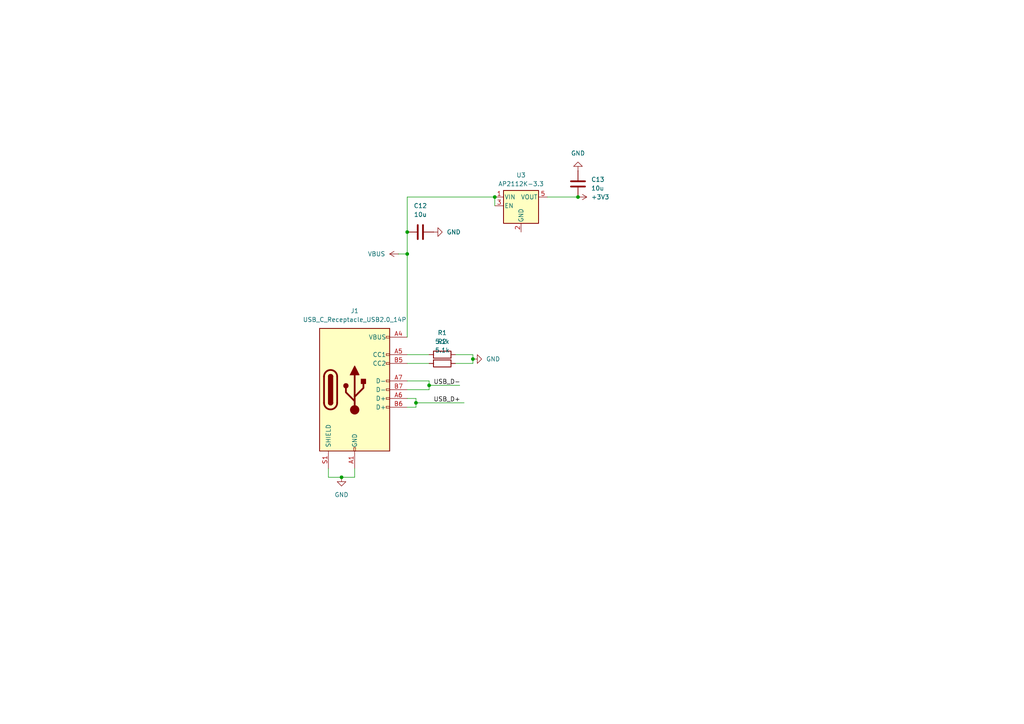
<source format=kicad_sch>
(kicad_sch (version 20250114) (generator "eeschema") (generator_version "9.0")
  (paper "A4")
  (lib_symbols
    (symbol "Connector:USB_C_Receptacle_USB2.0_14P" (pin_names (offset 1.016))
      (property "Reference" "J" (at 0 22.225 0))
      (property "Value" "USB_C_Receptacle_USB2.0_14P" (at 0 19.685 0))
      (symbol "USB_C_Receptacle_USB2.0_14P_0_0"
        (rectangle (start -0.254 -17.78) (end 0.254 -16.764))
        (rectangle (start 10.16 15.494) (end 9.144 14.986))
        (rectangle (start 10.16 10.414) (end 9.144 9.906))
        (rectangle (start 10.16 7.874) (end 9.144 7.366))
        (rectangle (start 10.16 2.794) (end 9.144 2.286))
        (rectangle (start 10.16 0.254) (end 9.144 -0.254))
        (rectangle (start 10.16 -2.286) (end 9.144 -2.794))
        (rectangle (start 10.16 -4.826) (end 9.144 -5.334))
      )
      (symbol "USB_C_Receptacle_USB2.0_14P_0_1"
        (rectangle (start -10.16 17.78) (end 10.16 -17.78) (stroke (width 0.254)) (fill (type background)))
        (polyline (pts (xy -8.89 -3.81) (xy -8.89 3.81)) (stroke (width 0.508)))
        (rectangle (start -7.62 -3.81) (end -6.35 3.81) (stroke (width 0.254)) (fill (type outline)))
        (arc (start -7.62 3.81) (mid -6.985 4.4423) (end -6.35 3.81) (stroke (width 0.254)))
        (arc (start -7.62 3.81) (mid -6.985 4.4423) (end -6.35 3.81) (stroke (width 0.254)) (fill (type outline)))
        (arc (start -8.89 3.81) (mid -6.985 5.7067) (end -5.08 3.81) (stroke (width 0.508)))
        (arc (start -5.08 -3.81) (mid -6.985 -5.7067) (end -8.89 -3.81) (stroke (width 0.508)))
        (arc (start -6.35 -3.81) (mid -6.985 -4.4423) (end -7.62 -3.81) (stroke (width 0.254)))
        (arc (start -6.35 -3.81) (mid -6.985 -4.4423) (end -7.62 -3.81) (stroke (width 0.254)) (fill (type outline)))
        (polyline (pts (xy -5.08 3.81) (xy -5.08 -3.81)) (stroke (width 0.508)))
        (circle (center -2.54 1.143) (radius 0.635) (stroke (width 0.254)) (fill (type outline)))
        (polyline (pts (xy -1.27 4.318) (xy 0 6.858) (xy 1.27 4.318) (xy -1.27 4.318)) (stroke (width 0.254)) (fill (type outline)))
        (polyline (pts (xy 0 -2.032) (xy 2.54 0.508) (xy 2.54 1.778)) (stroke (width 0.508)))
        (polyline (pts (xy 0 -3.302) (xy -2.54 -0.762) (xy -2.54 0.508)) (stroke (width 0.508)))
        (polyline (pts (xy 0 -5.842) (xy 0 4.318)) (stroke (width 0.508)))
        (circle (center 0 -5.842) (radius 1.27) (fill (type outline)))
        (rectangle (start 1.905 1.778) (end 3.175 3.048) (stroke (width 0.254)) (fill (type outline)))
      )
      (symbol "USB_C_Receptacle_USB2.0_14P_1_1"
        (pin passive line (at -7.62 -22.86 90) (length 5.08) (name "SHIELD") (number "S1"))
        (pin passive line (at 0 -22.86 90) (length 5.08) (name "GND") (number "A1"))
        (pin passive line (at 0 -22.86 90) (length 5.08) (hide yes) (name "GND") (number "A12"))
        (pin passive line (at 0 -22.86 90) (length 5.08) (hide yes) (name "GND") (number "B1"))
        (pin passive line (at 0 -22.86 90) (length 5.08) (hide yes) (name "GND") (number "B12"))
        (pin passive line (at 15.24 15.24 180) (length 5.08) (name "VBUS") (number "A4"))
        (pin passive line (at 15.24 15.24 180) (length 5.08) (hide yes) (name "VBUS") (number "A9"))
        (pin passive line (at 15.24 15.24 180) (length 5.08) (hide yes) (name "VBUS") (number "B4"))
        (pin passive line (at 15.24 15.24 180) (length 5.08) (hide yes) (name "VBUS") (number "B9"))
        (pin bidirectional line (at 15.24 10.16 180) (length 5.08) (name "CC1") (number "A5"))
        (pin bidirectional line (at 15.24 7.62 180) (length 5.08) (name "CC2") (number "B5"))
        (pin bidirectional line (at 15.24 2.54 180) (length 5.08) (name "D-") (number "A7"))
        (pin bidirectional line (at 15.24 0 180) (length 5.08) (name "D-") (number "B7"))
        (pin bidirectional line (at 15.24 -2.54 180) (length 5.08) (name "D+") (number "A6"))
        (pin bidirectional line (at 15.24 -5.08 180) (length 5.08) (name "D+") (number "B6"))
      )
    )
    (symbol "Device:C" (pin_numbers (hide yes)) (pin_names (offset 0.254))
      (property "Reference" "C" (at 0.635 2.54 0))
      (property "Value" "C" (at 0.635 -2.54 0))
      (symbol "C_0_1"
        (polyline (pts (xy -2.032 0.762) (xy 2.032 0.762)) (stroke (width 0.508)))
        (polyline (pts (xy -2.032 -0.762) (xy 2.032 -0.762)) (stroke (width 0.508)))
      )
      (symbol "C_1_1"
        (pin passive line (at 0 3.81 270) (length 2.794) (name "~") (number "1"))
        (pin passive line (at 0 -3.81 90) (length 2.794) (name "~") (number "2"))
      )
    )
    (symbol "Device:R" (pin_numbers (hide yes)) (pin_names (offset 0))
      (property "Reference" "R" (at 2.032 0 90))
      (property "Value" "R" (at 0 0 90))
      (symbol "R_0_1"
        (rectangle (start -1.016 -2.54) (end 1.016 2.54) (stroke (width 0.254)))
      )
      (symbol "R_1_1"
        (pin passive line (at 0 3.81 270) (length 1.27) (name "~") (number "1"))
        (pin passive line (at 0 -3.81 90) (length 1.27) (name "~") (number "2"))
      )
    )
    (symbol "Regulator_Linear:AP2112K-3.3" (pin_names (offset 0.254))
      (property "Reference" "U" (at -5.08 5.715 0))
      (property "Value" "AP2112K-3.3" (at 0 5.715 0))
      (symbol "AP2112K-3.3_0_1"
        (rectangle (start -5.08 4.445) (end 5.08 -5.08) (stroke (width 0.254)) (fill (type background)))
      )
      (symbol "AP2112K-3.3_1_1"
        (pin power_in line (at -7.62 2.54 0) (length 2.54) (name "VIN") (number "1"))
        (pin input line (at -7.62 0 0) (length 2.54) (name "EN") (number "3"))
        (pin power_in line (at 0 -7.62 90) (length 2.54) (name "GND") (number "2"))
        (pin no_connect line (at 5.08 0 180) (length 2.54) (hide yes) (name "NC") (number "4"))
        (pin power_out line (at 7.62 2.54 180) (length 2.54) (name "VOUT") (number "5"))
      )
    )
    (symbol "power:+3V3" (power) (pin_numbers (hide yes)) (pin_names (offset 0) (hide yes))
      (property "Value" "+3V3" (at 0 3.556 0))
      (symbol "+3V3_0_1"
        (polyline (pts (xy -0.762 1.27) (xy 0 2.54)))
        (polyline (pts (xy 0 2.54) (xy 0.762 1.27)))
        (polyline (pts (xy 0 0) (xy 0 2.54)))
      )
      (symbol "+3V3_1_1"
        (pin power_in line (at 0 0 90) (length 0) (name "~") (number "1"))
      )
    )
    (symbol "power:GND" (power) (pin_numbers (hide yes)) (pin_names (offset 0) (hide yes))
      (property "Value" "GND" (at 0 -3.81 0))
      (symbol "GND_0_1"
        (polyline (pts (xy 0 0) (xy 0 -1.27) (xy 1.27 -1.27) (xy 0 -2.54) (xy -1.27 -1.27) (xy 0 -1.27)))
      )
      (symbol "GND_1_1"
        (pin power_in line (at 0 0 270) (length 0) (name "~") (number "1"))
      )
    )
    (symbol "power:VBUS" (power) (pin_numbers (hide yes)) (pin_names (offset 0) (hide yes))
      (property "Value" "VBUS" (at 0 3.556 0))
      (symbol "VBUS_0_1"
        (polyline (pts (xy -0.762 1.27) (xy 0 2.54)))
        (polyline (pts (xy 0 2.54) (xy 0.762 1.27)))
        (polyline (pts (xy 0 0) (xy 0 2.54)))
      )
      (symbol "VBUS_1_1"
        (pin power_in line (at 0 0 90) (length 0) (name "~") (number "1"))
      )
    )
  )
  (junction (at 99.06 138.43))
  (junction (at 167.64 57.15))
  (junction (at 124.46 111.76))
  (junction (at 143.51 57.15))
  (junction (at 118.11 73.66))
  (junction (at 137.16 104.14))
  (junction (at 118.11 67.31))
  (junction (at 120.65 116.84))
  (wire (pts (xy 118.11 115.57) (xy 120.65 115.57)))
  (wire (pts (xy 102.87 138.43) (xy 102.87 135.89)))
  (wire (pts (xy 118.11 102.87) (xy 124.46 102.87)))
  (wire (pts (xy 143.51 57.15) (xy 143.51 59.69)))
  (wire (pts (xy 99.06 138.43) (xy 102.87 138.43)))
  (wire (pts (xy 124.46 113.03) (xy 118.11 113.03)))
  (wire (pts (xy 120.65 116.84) (xy 134.62 116.84)))
  (wire (pts (xy 118.11 57.15) (xy 118.11 67.31)))
  (wire (pts (xy 115.57 73.66) (xy 118.11 73.66)))
  (wire (pts (xy 118.11 97.79) (xy 118.11 73.66)))
  (wire (pts (xy 137.16 102.87) (xy 137.16 104.14)))
  (wire (pts (xy 95.25 138.43) (xy 99.06 138.43)))
  (wire (pts (xy 118.11 110.49) (xy 124.46 110.49)))
  (wire (pts (xy 118.11 57.15) (xy 143.51 57.15)))
  (wire (pts (xy 137.16 105.41) (xy 137.16 104.14)))
  (wire (pts (xy 124.46 105.41) (xy 118.11 105.41)))
  (wire (pts (xy 124.46 111.76) (xy 133.35 111.76)))
  (wire (pts (xy 120.65 116.84) (xy 120.65 118.11)))
  (wire (pts (xy 124.46 111.76) (xy 124.46 113.03)))
  (wire (pts (xy 120.65 115.57) (xy 120.65 116.84)))
  (wire (pts (xy 95.25 135.89) (xy 95.25 138.43)))
  (wire (pts (xy 124.46 110.49) (xy 124.46 111.76)))
  (wire (pts (xy 158.75 57.15) (xy 167.64 57.15)))
  (wire (pts (xy 118.11 73.66) (xy 118.11 67.31)))
  (wire (pts (xy 132.08 105.41) (xy 137.16 105.41)))
  (wire (pts (xy 132.08 102.87) (xy 137.16 102.87)))
  (wire (pts (xy 120.65 118.11) (xy 118.11 118.11)))
  (label "USB_D+" (at 125.73 116.84 0))
  (label "USB_D-" (at 125.73 111.76 0))
  (symbol (lib_id "Device:C") (at 167.64 53.34 0) (unit 1)
    (property "Reference" "C13" (at 171.45 52.0699 0) (effects (justify left)))
    (property "Value" "10u" (at 171.45 54.6099 0) (effects (justify left)))
    (property "Description" "Unpolarized capacitor" (effects (hide yes)))
  )
  (symbol (lib_id "power:GND") (at 137.16 104.14 90) (unit 1)
    (property "Reference" "#PWR01" (effects (hide yes)))
    (property "Value" "GND" (at 140.97 104.1399 90) (effects (justify right)))
    (property "Description" "Power symbol creates a global label with name \"GND\" , ground" (effects (hide yes)))
  )
  (symbol (lib_id "power:+3V3") (at 167.64 57.15 270) (unit 1)
    (property "Reference" "#PWR02" (effects (hide yes)))
    (property "Value" "+3V3" (at 171.45 57.1499 90) (effects (justify left)))
    (property "Description" "Power symbol creates a global label with name \"+3V3\"" (effects (hide yes)))
  )
  (symbol (lib_id "Device:R") (at 128.27 102.87 90) (unit 1)
    (property "Reference" "R1" (at 128.27 96.52 90))
    (property "Value" "5.1k" (at 128.27 99.06 90))
    (property "Description" "Resistor" (effects (hide yes)))
  )
  (symbol (lib_id "power:GND") (at 99.06 138.43 0) (unit 1)
    (property "Reference" "#PWR09" (effects (hide yes)))
    (property "Value" "GND" (at 99.06 143.51 0))
    (property "Description" "Power symbol creates a global label with name \"GND\" , ground" (effects (hide yes)))
  )
  (symbol (lib_id "power:GND") (at 125.73 67.31 90) (unit 1)
    (property "Reference" "#PWR011" (effects (hide yes)))
    (property "Value" "GND" (at 129.54 67.3099 90) (effects (justify right)))
    (property "Description" "Power symbol creates a global label with name \"GND\" , ground" (effects (hide yes)))
  )
  (symbol (lib_id "Device:R") (at 128.27 105.41 90) (unit 1)
    (property "Reference" "R2" (at 128.27 99.06 90))
    (property "Value" "5.1k" (at 128.27 101.6 90))
    (property "Description" "Resistor" (effects (hide yes)))
  )
  (symbol (lib_id "Device:C") (at 121.92 67.31 90) (unit 1)
    (property "Reference" "C12" (at 121.92 59.69 90))
    (property "Value" "10u" (at 121.92 62.23 90))
    (property "Description" "Unpolarized capacitor" (effects (hide yes)))
  )
  (symbol (lib_id "Connector:USB_C_Receptacle_USB2.0_14P") (at 102.87 113.03 0) (unit 1)
    (property "Reference" "J1" (at 102.87 90.17 0))
    (property "Value" "USB_C_Receptacle_USB2.0_14P" (at 102.87 92.71 0))
    (property "Datasheet" "https://www.usb.org/sites/default/files/documents/usb_type-c.zip" (effects (hide yes)))
    (property "Description" "USB 2.0-only 14P Type-C Receptacle connector" (effects (hide yes)))
  )
  (symbol (lib_id "power:GND") (at 167.64 49.53 180) (unit 1)
    (property "Reference" "#PWR012" (effects (hide yes)))
    (property "Value" "GND" (at 167.64 44.45 0))
    (property "Description" "Power symbol creates a global label with name \"GND\" , ground" (effects (hide yes)))
  )
  (symbol (lib_id "Regulator_Linear:AP2112K-3.3") (at 151.13 59.69 0) (unit 1)
    (property "Reference" "U3" (at 151.13 50.8 0))
    (property "Value" "AP2112K-3.3" (at 151.13 53.34 0))
    (property "Footprint" "Package_TO_SOT_SMD:SOT-23-5" (effects (hide yes)))
    (property "Datasheet" "https://www.diodes.com/assets/Datasheets/AP2112.pdf" (effects (hide yes)))
    (property "Description" "600mA low dropout linear regulator, with enable pin, 3.8V-6V input voltage range, 3.3V fixed positive output, SOT-23-5" (effects (hide yes)))
  )
  (symbol (lib_id "power:VBUS") (at 115.57 73.66 90) (unit 1)
    (property "Reference" "#PWR010" (effects (hide yes)))
    (property "Value" "VBUS" (at 111.76 73.6599 90) (effects (justify left)))
    (property "Description" "Power symbol creates a global label with name \"VBUS\"" (effects (hide yes)))
  )
)
</source>
